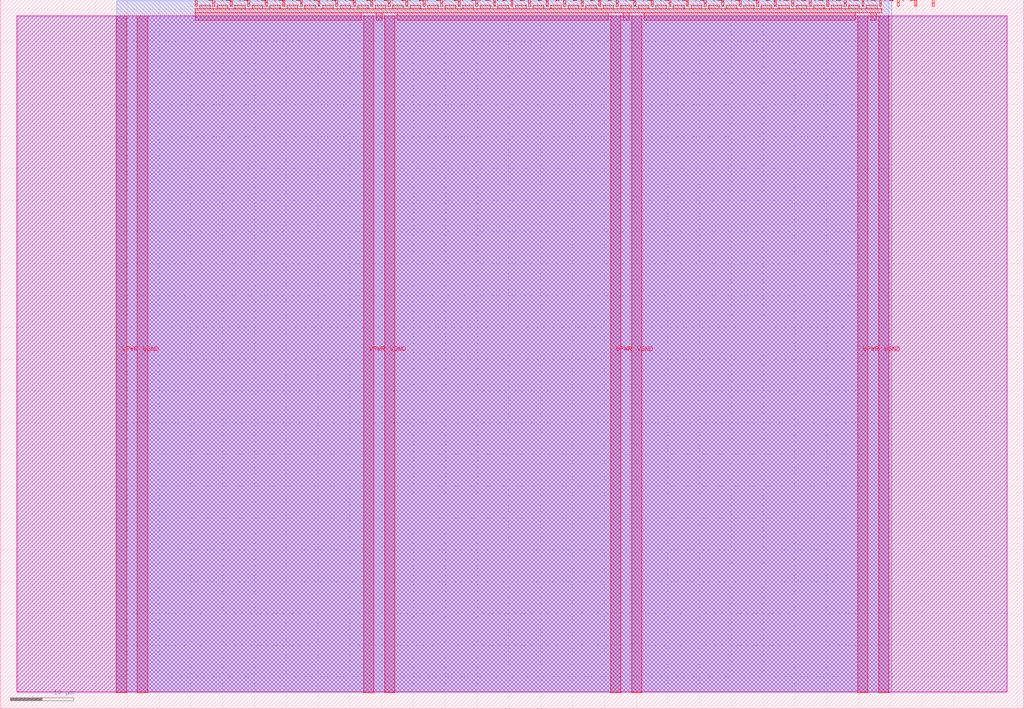
<source format=lef>
VERSION 5.7 ;
  NOWIREEXTENSIONATPIN ON ;
  DIVIDERCHAR "/" ;
  BUSBITCHARS "[]" ;
MACRO tt_um_wokwi_446424200424416257
  CLASS BLOCK ;
  FOREIGN tt_um_wokwi_446424200424416257 ;
  ORIGIN 0.000 0.000 ;
  SIZE 161.000 BY 111.520 ;
  PIN VGND
    DIRECTION INOUT ;
    USE GROUND ;
    PORT
      LAYER met4 ;
        RECT 21.580 2.480 23.180 109.040 ;
    END
    PORT
      LAYER met4 ;
        RECT 60.450 2.480 62.050 109.040 ;
    END
    PORT
      LAYER met4 ;
        RECT 99.320 2.480 100.920 109.040 ;
    END
    PORT
      LAYER met4 ;
        RECT 138.190 2.480 139.790 109.040 ;
    END
  END VGND
  PIN VPWR
    DIRECTION INOUT ;
    USE POWER ;
    PORT
      LAYER met4 ;
        RECT 18.280 2.480 19.880 109.040 ;
    END
    PORT
      LAYER met4 ;
        RECT 57.150 2.480 58.750 109.040 ;
    END
    PORT
      LAYER met4 ;
        RECT 96.020 2.480 97.620 109.040 ;
    END
    PORT
      LAYER met4 ;
        RECT 134.890 2.480 136.490 109.040 ;
    END
  END VPWR
  PIN clk
    DIRECTION INPUT ;
    USE SIGNAL ;
    PORT
      LAYER met4 ;
        RECT 143.830 110.520 144.130 111.520 ;
    END
  END clk
  PIN ena
    DIRECTION INPUT ;
    USE SIGNAL ;
    PORT
      LAYER met4 ;
        RECT 146.590 110.520 146.890 111.520 ;
    END
  END ena
  PIN rst_n
    DIRECTION INPUT ;
    USE SIGNAL ;
    PORT
      LAYER met4 ;
        RECT 141.070 110.520 141.370 111.520 ;
    END
  END rst_n
  PIN ui_in[0]
    DIRECTION INPUT ;
    USE SIGNAL ;
    ANTENNAGATEAREA 0.196500 ;
    PORT
      LAYER met4 ;
        RECT 138.310 110.520 138.610 111.520 ;
    END
  END ui_in[0]
  PIN ui_in[1]
    DIRECTION INPUT ;
    USE SIGNAL ;
    ANTENNAGATEAREA 0.196500 ;
    PORT
      LAYER met4 ;
        RECT 135.550 110.520 135.850 111.520 ;
    END
  END ui_in[1]
  PIN ui_in[2]
    DIRECTION INPUT ;
    USE SIGNAL ;
    ANTENNAGATEAREA 0.196500 ;
    PORT
      LAYER met4 ;
        RECT 132.790 110.520 133.090 111.520 ;
    END
  END ui_in[2]
  PIN ui_in[3]
    DIRECTION INPUT ;
    USE SIGNAL ;
    PORT
      LAYER met4 ;
        RECT 130.030 110.520 130.330 111.520 ;
    END
  END ui_in[3]
  PIN ui_in[4]
    DIRECTION INPUT ;
    USE SIGNAL ;
    PORT
      LAYER met4 ;
        RECT 127.270 110.520 127.570 111.520 ;
    END
  END ui_in[4]
  PIN ui_in[5]
    DIRECTION INPUT ;
    USE SIGNAL ;
    PORT
      LAYER met4 ;
        RECT 124.510 110.520 124.810 111.520 ;
    END
  END ui_in[5]
  PIN ui_in[6]
    DIRECTION INPUT ;
    USE SIGNAL ;
    PORT
      LAYER met4 ;
        RECT 121.750 110.520 122.050 111.520 ;
    END
  END ui_in[6]
  PIN ui_in[7]
    DIRECTION INPUT ;
    USE SIGNAL ;
    PORT
      LAYER met4 ;
        RECT 118.990 110.520 119.290 111.520 ;
    END
  END ui_in[7]
  PIN uio_in[0]
    DIRECTION INPUT ;
    USE SIGNAL ;
    PORT
      LAYER met4 ;
        RECT 116.230 110.520 116.530 111.520 ;
    END
  END uio_in[0]
  PIN uio_in[1]
    DIRECTION INPUT ;
    USE SIGNAL ;
    PORT
      LAYER met4 ;
        RECT 113.470 110.520 113.770 111.520 ;
    END
  END uio_in[1]
  PIN uio_in[2]
    DIRECTION INPUT ;
    USE SIGNAL ;
    PORT
      LAYER met4 ;
        RECT 110.710 110.520 111.010 111.520 ;
    END
  END uio_in[2]
  PIN uio_in[3]
    DIRECTION INPUT ;
    USE SIGNAL ;
    PORT
      LAYER met4 ;
        RECT 107.950 110.520 108.250 111.520 ;
    END
  END uio_in[3]
  PIN uio_in[4]
    DIRECTION INPUT ;
    USE SIGNAL ;
    PORT
      LAYER met4 ;
        RECT 105.190 110.520 105.490 111.520 ;
    END
  END uio_in[4]
  PIN uio_in[5]
    DIRECTION INPUT ;
    USE SIGNAL ;
    PORT
      LAYER met4 ;
        RECT 102.430 110.520 102.730 111.520 ;
    END
  END uio_in[5]
  PIN uio_in[6]
    DIRECTION INPUT ;
    USE SIGNAL ;
    PORT
      LAYER met4 ;
        RECT 99.670 110.520 99.970 111.520 ;
    END
  END uio_in[6]
  PIN uio_in[7]
    DIRECTION INPUT ;
    USE SIGNAL ;
    PORT
      LAYER met4 ;
        RECT 96.910 110.520 97.210 111.520 ;
    END
  END uio_in[7]
  PIN uio_oe[0]
    DIRECTION OUTPUT ;
    USE SIGNAL ;
    PORT
      LAYER met4 ;
        RECT 49.990 110.520 50.290 111.520 ;
    END
  END uio_oe[0]
  PIN uio_oe[1]
    DIRECTION OUTPUT ;
    USE SIGNAL ;
    PORT
      LAYER met4 ;
        RECT 47.230 110.520 47.530 111.520 ;
    END
  END uio_oe[1]
  PIN uio_oe[2]
    DIRECTION OUTPUT ;
    USE SIGNAL ;
    PORT
      LAYER met4 ;
        RECT 44.470 110.520 44.770 111.520 ;
    END
  END uio_oe[2]
  PIN uio_oe[3]
    DIRECTION OUTPUT ;
    USE SIGNAL ;
    PORT
      LAYER met4 ;
        RECT 41.710 110.520 42.010 111.520 ;
    END
  END uio_oe[3]
  PIN uio_oe[4]
    DIRECTION OUTPUT ;
    USE SIGNAL ;
    PORT
      LAYER met4 ;
        RECT 38.950 110.520 39.250 111.520 ;
    END
  END uio_oe[4]
  PIN uio_oe[5]
    DIRECTION OUTPUT ;
    USE SIGNAL ;
    PORT
      LAYER met4 ;
        RECT 36.190 110.520 36.490 111.520 ;
    END
  END uio_oe[5]
  PIN uio_oe[6]
    DIRECTION OUTPUT ;
    USE SIGNAL ;
    PORT
      LAYER met4 ;
        RECT 33.430 110.520 33.730 111.520 ;
    END
  END uio_oe[6]
  PIN uio_oe[7]
    DIRECTION OUTPUT ;
    USE SIGNAL ;
    PORT
      LAYER met4 ;
        RECT 30.670 110.520 30.970 111.520 ;
    END
  END uio_oe[7]
  PIN uio_out[0]
    DIRECTION OUTPUT ;
    USE SIGNAL ;
    PORT
      LAYER met4 ;
        RECT 72.070 110.520 72.370 111.520 ;
    END
  END uio_out[0]
  PIN uio_out[1]
    DIRECTION OUTPUT ;
    USE SIGNAL ;
    PORT
      LAYER met4 ;
        RECT 69.310 110.520 69.610 111.520 ;
    END
  END uio_out[1]
  PIN uio_out[2]
    DIRECTION OUTPUT ;
    USE SIGNAL ;
    PORT
      LAYER met4 ;
        RECT 66.550 110.520 66.850 111.520 ;
    END
  END uio_out[2]
  PIN uio_out[3]
    DIRECTION OUTPUT ;
    USE SIGNAL ;
    PORT
      LAYER met4 ;
        RECT 63.790 110.520 64.090 111.520 ;
    END
  END uio_out[3]
  PIN uio_out[4]
    DIRECTION OUTPUT ;
    USE SIGNAL ;
    PORT
      LAYER met4 ;
        RECT 61.030 110.520 61.330 111.520 ;
    END
  END uio_out[4]
  PIN uio_out[5]
    DIRECTION OUTPUT ;
    USE SIGNAL ;
    PORT
      LAYER met4 ;
        RECT 58.270 110.520 58.570 111.520 ;
    END
  END uio_out[5]
  PIN uio_out[6]
    DIRECTION OUTPUT ;
    USE SIGNAL ;
    PORT
      LAYER met4 ;
        RECT 55.510 110.520 55.810 111.520 ;
    END
  END uio_out[6]
  PIN uio_out[7]
    DIRECTION OUTPUT ;
    USE SIGNAL ;
    PORT
      LAYER met4 ;
        RECT 52.750 110.520 53.050 111.520 ;
    END
  END uio_out[7]
  PIN uo_out[0]
    DIRECTION OUTPUT ;
    USE SIGNAL ;
    ANTENNADIFFAREA 0.795200 ;
    PORT
      LAYER met4 ;
        RECT 94.150 110.520 94.450 111.520 ;
    END
  END uo_out[0]
  PIN uo_out[1]
    DIRECTION OUTPUT ;
    USE SIGNAL ;
    ANTENNADIFFAREA 0.795200 ;
    PORT
      LAYER met4 ;
        RECT 91.390 110.520 91.690 111.520 ;
    END
  END uo_out[1]
  PIN uo_out[2]
    DIRECTION OUTPUT ;
    USE SIGNAL ;
    PORT
      LAYER met4 ;
        RECT 88.630 110.520 88.930 111.520 ;
    END
  END uo_out[2]
  PIN uo_out[3]
    DIRECTION OUTPUT ;
    USE SIGNAL ;
    PORT
      LAYER met4 ;
        RECT 85.870 110.520 86.170 111.520 ;
    END
  END uo_out[3]
  PIN uo_out[4]
    DIRECTION OUTPUT ;
    USE SIGNAL ;
    PORT
      LAYER met4 ;
        RECT 83.110 110.520 83.410 111.520 ;
    END
  END uo_out[4]
  PIN uo_out[5]
    DIRECTION OUTPUT ;
    USE SIGNAL ;
    PORT
      LAYER met4 ;
        RECT 80.350 110.520 80.650 111.520 ;
    END
  END uo_out[5]
  PIN uo_out[6]
    DIRECTION OUTPUT ;
    USE SIGNAL ;
    PORT
      LAYER met4 ;
        RECT 77.590 110.520 77.890 111.520 ;
    END
  END uo_out[6]
  PIN uo_out[7]
    DIRECTION OUTPUT ;
    USE SIGNAL ;
    PORT
      LAYER met4 ;
        RECT 74.830 110.520 75.130 111.520 ;
    END
  END uo_out[7]
  OBS
      LAYER nwell ;
        RECT 2.570 2.635 158.430 108.990 ;
      LAYER li1 ;
        RECT 2.760 2.635 158.240 108.885 ;
      LAYER met1 ;
        RECT 2.760 2.480 158.240 109.040 ;
      LAYER met2 ;
        RECT 18.310 2.535 140.200 111.365 ;
      LAYER met3 ;
        RECT 18.290 2.555 139.780 111.345 ;
      LAYER met4 ;
        RECT 31.370 110.120 33.030 110.665 ;
        RECT 34.130 110.120 35.790 110.665 ;
        RECT 36.890 110.120 38.550 110.665 ;
        RECT 39.650 110.120 41.310 110.665 ;
        RECT 42.410 110.120 44.070 110.665 ;
        RECT 45.170 110.120 46.830 110.665 ;
        RECT 47.930 110.120 49.590 110.665 ;
        RECT 50.690 110.120 52.350 110.665 ;
        RECT 53.450 110.120 55.110 110.665 ;
        RECT 56.210 110.120 57.870 110.665 ;
        RECT 58.970 110.120 60.630 110.665 ;
        RECT 61.730 110.120 63.390 110.665 ;
        RECT 64.490 110.120 66.150 110.665 ;
        RECT 67.250 110.120 68.910 110.665 ;
        RECT 70.010 110.120 71.670 110.665 ;
        RECT 72.770 110.120 74.430 110.665 ;
        RECT 75.530 110.120 77.190 110.665 ;
        RECT 78.290 110.120 79.950 110.665 ;
        RECT 81.050 110.120 82.710 110.665 ;
        RECT 83.810 110.120 85.470 110.665 ;
        RECT 86.570 110.120 88.230 110.665 ;
        RECT 89.330 110.120 90.990 110.665 ;
        RECT 92.090 110.120 93.750 110.665 ;
        RECT 94.850 110.120 96.510 110.665 ;
        RECT 97.610 110.120 99.270 110.665 ;
        RECT 100.370 110.120 102.030 110.665 ;
        RECT 103.130 110.120 104.790 110.665 ;
        RECT 105.890 110.120 107.550 110.665 ;
        RECT 108.650 110.120 110.310 110.665 ;
        RECT 111.410 110.120 113.070 110.665 ;
        RECT 114.170 110.120 115.830 110.665 ;
        RECT 116.930 110.120 118.590 110.665 ;
        RECT 119.690 110.120 121.350 110.665 ;
        RECT 122.450 110.120 124.110 110.665 ;
        RECT 125.210 110.120 126.870 110.665 ;
        RECT 127.970 110.120 129.630 110.665 ;
        RECT 130.730 110.120 132.390 110.665 ;
        RECT 133.490 110.120 135.150 110.665 ;
        RECT 136.250 110.120 137.910 110.665 ;
        RECT 30.655 109.440 138.625 110.120 ;
        RECT 30.655 108.295 56.750 109.440 ;
        RECT 59.150 108.295 60.050 109.440 ;
        RECT 62.450 108.295 95.620 109.440 ;
        RECT 98.020 108.295 98.920 109.440 ;
        RECT 101.320 108.295 134.490 109.440 ;
        RECT 136.890 108.295 137.790 109.440 ;
  END
END tt_um_wokwi_446424200424416257
END LIBRARY


</source>
